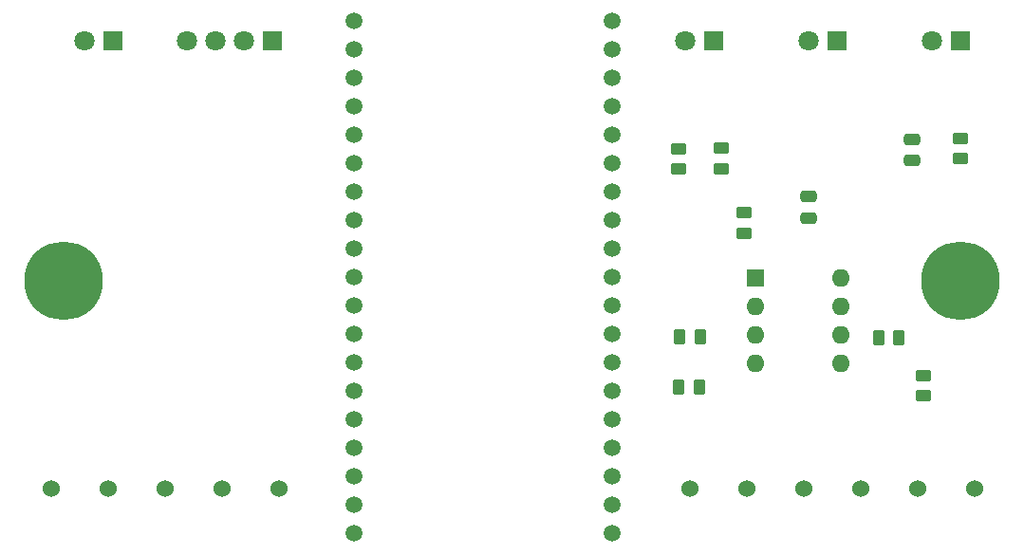
<source format=gbr>
%TF.GenerationSoftware,KiCad,Pcbnew,7.0.2*%
%TF.CreationDate,2023-06-22T14:29:26-03:00*%
%TF.ProjectId,Belliz_IOT,42656c6c-697a-45f4-994f-542e6b696361,rev?*%
%TF.SameCoordinates,Original*%
%TF.FileFunction,Soldermask,Top*%
%TF.FilePolarity,Negative*%
%FSLAX46Y46*%
G04 Gerber Fmt 4.6, Leading zero omitted, Abs format (unit mm)*
G04 Created by KiCad (PCBNEW 7.0.2) date 2023-06-22 14:29:26*
%MOMM*%
%LPD*%
G01*
G04 APERTURE LIST*
G04 Aperture macros list*
%AMRoundRect*
0 Rectangle with rounded corners*
0 $1 Rounding radius*
0 $2 $3 $4 $5 $6 $7 $8 $9 X,Y pos of 4 corners*
0 Add a 4 corners polygon primitive as box body*
4,1,4,$2,$3,$4,$5,$6,$7,$8,$9,$2,$3,0*
0 Add four circle primitives for the rounded corners*
1,1,$1+$1,$2,$3*
1,1,$1+$1,$4,$5*
1,1,$1+$1,$6,$7*
1,1,$1+$1,$8,$9*
0 Add four rect primitives between the rounded corners*
20,1,$1+$1,$2,$3,$4,$5,0*
20,1,$1+$1,$4,$5,$6,$7,0*
20,1,$1+$1,$6,$7,$8,$9,0*
20,1,$1+$1,$8,$9,$2,$3,0*%
G04 Aperture macros list end*
%ADD10C,0.800000*%
%ADD11C,7.000000*%
%ADD12R,1.800000X1.800000*%
%ADD13C,1.800000*%
%ADD14RoundRect,0.250000X0.450000X-0.262500X0.450000X0.262500X-0.450000X0.262500X-0.450000X-0.262500X0*%
%ADD15C,1.500000*%
%ADD16R,1.600000X1.600000*%
%ADD17O,1.600000X1.600000*%
%ADD18RoundRect,0.250000X-0.262500X-0.450000X0.262500X-0.450000X0.262500X0.450000X-0.262500X0.450000X0*%
%ADD19C,1.524000*%
%ADD20RoundRect,0.250000X-0.475000X0.250000X-0.475000X-0.250000X0.475000X-0.250000X0.475000X0.250000X0*%
%ADD21RoundRect,0.250000X0.262500X0.450000X-0.262500X0.450000X-0.262500X-0.450000X0.262500X-0.450000X0*%
G04 APERTURE END LIST*
D10*
%TO.C,REF\u002A\u002A*%
X135000000Y-80125000D03*
X137625000Y-77500000D03*
D11*
X135000000Y-77500000D03*
D10*
X135000000Y-74875000D03*
X133143845Y-79356155D03*
X133143845Y-75643845D03*
X136856155Y-79356155D03*
X132375000Y-77500000D03*
X136856155Y-75643845D03*
%TD*%
%TO.C,REF\u002A\u002A*%
X56856155Y-75643845D03*
X52375000Y-77500000D03*
X56856155Y-79356155D03*
X53143845Y-75643845D03*
X53143845Y-79356155D03*
X55000000Y-74875000D03*
D11*
X55000000Y-77500000D03*
D10*
X57625000Y-77500000D03*
X55000000Y-80125000D03*
%TD*%
D12*
%TO.C,J3*%
X124000000Y-56000000D03*
D13*
X121460000Y-56000000D03*
%TD*%
D12*
%TO.C,J2*%
X113000000Y-56000000D03*
D13*
X110460000Y-56000000D03*
%TD*%
D14*
%TO.C,R8*%
X109820000Y-67512500D03*
X109820000Y-65687500D03*
%TD*%
%TO.C,R9*%
X113680000Y-67452500D03*
X113680000Y-65627500D03*
%TD*%
D15*
%TO.C,J9*%
X80900000Y-100000000D03*
X80900000Y-97460000D03*
X80900000Y-94920000D03*
X80900000Y-92380000D03*
X80900000Y-89840000D03*
X80900000Y-87300000D03*
X80900000Y-84760000D03*
X80900000Y-82220000D03*
X80900000Y-79680000D03*
X80900000Y-77140000D03*
X80900000Y-74600000D03*
X80900000Y-72060000D03*
X80900000Y-69520000D03*
X80900000Y-66980000D03*
X80900000Y-64440000D03*
X80900000Y-61900000D03*
X80900000Y-59360000D03*
X80900000Y-56820000D03*
X80900000Y-54280000D03*
%TD*%
%TO.C,J8*%
X103900000Y-100000000D03*
X103900000Y-97460000D03*
X103900000Y-94920000D03*
X103900000Y-92380000D03*
X103900000Y-89840000D03*
X103900000Y-87300000D03*
X103900000Y-84760000D03*
X103900000Y-82220000D03*
X103900000Y-79680000D03*
X103900000Y-77140000D03*
X103900000Y-74600000D03*
X103900000Y-72060000D03*
X103900000Y-69520000D03*
X103900000Y-66980000D03*
X103900000Y-64440000D03*
X103900000Y-61900000D03*
X103900000Y-59360000D03*
X103900000Y-56820000D03*
X103900000Y-54280000D03*
%TD*%
D16*
%TO.C,U1*%
X116730000Y-77250000D03*
D17*
X116730000Y-79790000D03*
X116730000Y-82330000D03*
X116730000Y-84870000D03*
X124350000Y-84870000D03*
X124350000Y-82330000D03*
X124350000Y-79790000D03*
X124350000Y-77250000D03*
%TD*%
D18*
%TO.C,R4*%
X127707500Y-82540000D03*
X129532500Y-82540000D03*
%TD*%
D12*
%TO.C,J1*%
X59410000Y-56000000D03*
D13*
X56870000Y-56000000D03*
%TD*%
D12*
%TO.C,J6*%
X73640000Y-56000000D03*
D13*
X71100000Y-56000000D03*
X68560000Y-56000000D03*
X66020000Y-56000000D03*
%TD*%
D14*
%TO.C,R3*%
X131740000Y-87732500D03*
X131740000Y-85907500D03*
%TD*%
D18*
%TO.C,R5*%
X109887500Y-86960000D03*
X111712500Y-86960000D03*
%TD*%
D19*
%TO.C,J10*%
X136240000Y-96000000D03*
X131160000Y-96000000D03*
X126080000Y-96000000D03*
X121000000Y-96000000D03*
X115920000Y-96000000D03*
X110840000Y-96000000D03*
%TD*%
%TO.C,J5*%
X74240000Y-96000000D03*
X69160000Y-96000000D03*
X64080000Y-96000000D03*
X59000000Y-96000000D03*
X53920000Y-96000000D03*
%TD*%
D12*
%TO.C,J4*%
X135000000Y-56000000D03*
D13*
X132460000Y-56000000D03*
%TD*%
D14*
%TO.C,R7*%
X115670000Y-73232500D03*
X115670000Y-71407500D03*
%TD*%
D20*
%TO.C,C1*%
X121450000Y-69940000D03*
X121450000Y-71840000D03*
%TD*%
D14*
%TO.C,R10*%
X135030000Y-64747500D03*
X135030000Y-66572500D03*
%TD*%
D21*
%TO.C,R6*%
X111772500Y-82440000D03*
X109947500Y-82440000D03*
%TD*%
D20*
%TO.C,C2*%
X130690000Y-64820000D03*
X130690000Y-66720000D03*
%TD*%
M02*

</source>
